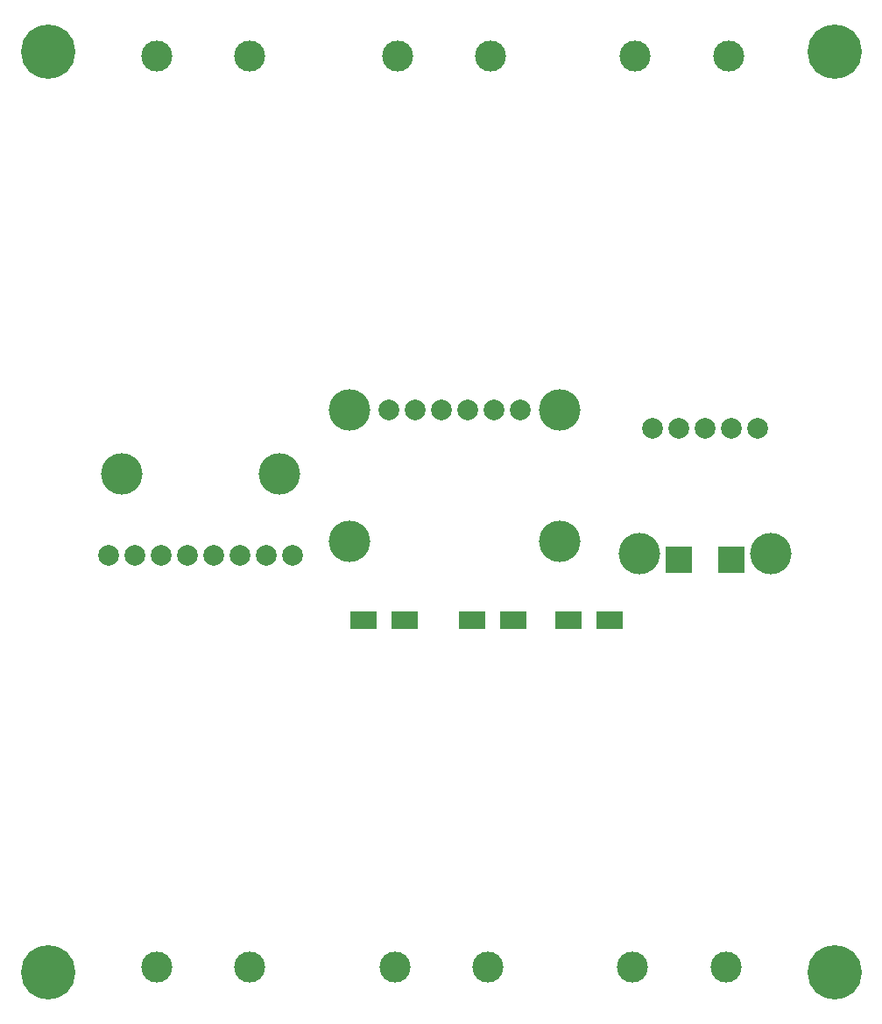
<source format=gbr>
%TF.GenerationSoftware,KiCad,Pcbnew,(5.1.10)-1*%
%TF.CreationDate,2022-05-09T17:55:47-07:00*%
%TF.ProjectId,solar-panel-NoCutout,736f6c61-722d-4706-916e-656c2d4e6f43,1.0*%
%TF.SameCoordinates,Original*%
%TF.FileFunction,Soldermask,Top*%
%TF.FilePolarity,Negative*%
%FSLAX46Y46*%
G04 Gerber Fmt 4.6, Leading zero omitted, Abs format (unit mm)*
G04 Created by KiCad (PCBNEW (5.1.10)-1) date 2022-05-09 17:55:47*
%MOMM*%
%LPD*%
G01*
G04 APERTURE LIST*
%ADD10C,5.250000*%
%ADD11C,4.000000*%
%ADD12C,2.000000*%
%ADD13R,2.500000X2.500000*%
%ADD14C,3.000000*%
%ADD15R,2.500000X1.700000*%
G04 APERTURE END LIST*
D10*
%TO.C,J2*%
X106500000Y-70300000D03*
%TD*%
%TO.C,J5*%
X182500000Y-159300000D03*
%TD*%
%TO.C,J4*%
X182500000Y-70300000D03*
%TD*%
%TO.C,J3*%
X106500000Y-159300000D03*
%TD*%
D11*
%TO.C,U3*%
X113630000Y-111126000D03*
X128870000Y-111126000D03*
D12*
X117440000Y-119000000D03*
X119980000Y-119000000D03*
X112360000Y-119000000D03*
X114900000Y-119000000D03*
X130140000Y-119000000D03*
X127600000Y-119000000D03*
X125060000Y-119000000D03*
X122520000Y-119000000D03*
%TD*%
D13*
%TO.C,U2*%
X167460000Y-119450000D03*
X172540000Y-119450000D03*
D11*
X163650000Y-118815000D03*
X176350000Y-118815000D03*
D12*
X175080000Y-106750000D03*
X172540000Y-106750000D03*
X164920000Y-106750000D03*
X167460000Y-106750000D03*
X170000000Y-106750000D03*
%TD*%
D11*
%TO.C,U1*%
X155910000Y-117600000D03*
X135590000Y-117600000D03*
X155910000Y-104900000D03*
D12*
X149560000Y-104900000D03*
X147020000Y-104900000D03*
X152100000Y-104900000D03*
X139400000Y-104900000D03*
X141940000Y-104900000D03*
X144480000Y-104900000D03*
D11*
X135590000Y-104900000D03*
%TD*%
D14*
%TO.C,SC6*%
X172250000Y-70750000D03*
X163250000Y-70750000D03*
%TD*%
%TO.C,SC5*%
X163000000Y-158750000D03*
X172000000Y-158750000D03*
%TD*%
%TO.C,SC4*%
X149250000Y-70750000D03*
X140250000Y-70750000D03*
%TD*%
%TO.C,SC3*%
X140000000Y-158750000D03*
X149000000Y-158750000D03*
%TD*%
%TO.C,SC2*%
X126000000Y-70750000D03*
X117000000Y-70750000D03*
%TD*%
%TO.C,SC1*%
X117000000Y-158750000D03*
X126000000Y-158750000D03*
%TD*%
D15*
%TO.C,D3*%
X160750000Y-125250000D03*
X156750000Y-125250000D03*
%TD*%
%TO.C,D2*%
X151500000Y-125250000D03*
X147500000Y-125250000D03*
%TD*%
%TO.C,D1*%
X141000000Y-125250000D03*
X137000000Y-125250000D03*
%TD*%
M02*

</source>
